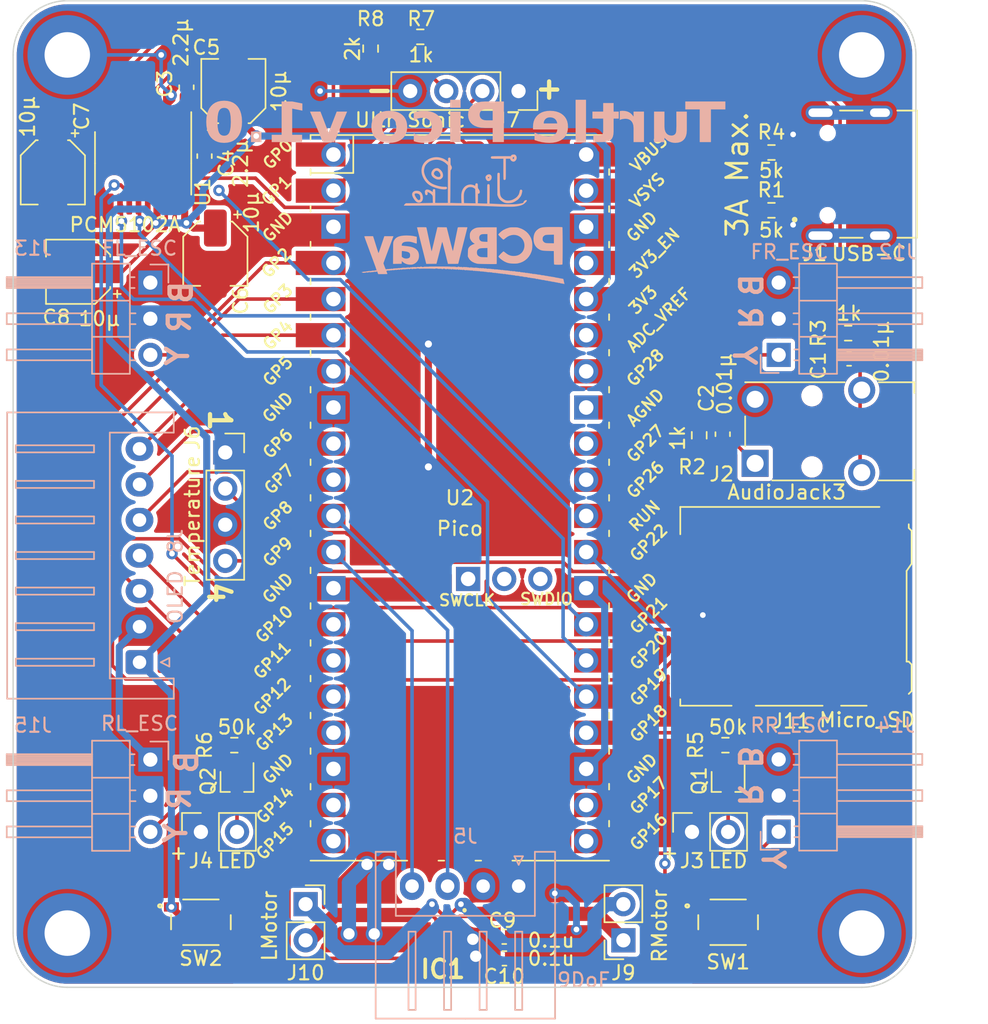
<source format=kicad_pcb>
(kicad_pcb (version 20221018) (generator pcbnew)
  (layers (0 "F.Cu" signal) (31 "B.Cu" signal) (34 "B.Paste" user) (35 "F.Paste" user) (36 "B.SilkS" user "B.Silkscreen") (37 "F.SilkS" user "F.Silkscreen") (38 "B.Mask" user) (39 "F.Mask" user) (44 "Edge.Cuts" user))
  (net 0 "")
  (net 1 "GND")
  (net 2 "+3.3V")
  (net 3 "+5V")
  (net 4 "Net-(J1-DN1)")
  (net 7 "Net-(J3-Pin_2)")
  (net 8 "/GP8")
  (net 9 "/GP9")
  (net 10 "/GP13")
  (net 11 "/GP10")
  (net 12 "/GP11")
  (net 13 "/GP16")
  (net 14 "/GP17")
  (net 15 "/GP15")
  (net 16 "/GP7")
  (net 17 "/GP2")
  (net 18 "/GP3")
  (net 19 "/GP4")
  (net 20 "/GP5")
  (net 21 "/GP12")
  (net 22 "/GP6")
  (net 23 "Net-(Q1-B)")
  (net 24 "Net-(Q2-B)")
  (net 25 "/GP28")
  (net 26 "/GP27")
  (net 27 "/GP14")
  (net 29 "/GP22")
  (net 30 "/GP18")
  (net 31 "/GP19")
  (net 32 "/GP20")
  (net 33 "/GP21")
  (net 34 "Net-(C1-Pad1)")
  (net 35 "Net-(U1-CAPP)")
  (net 36 "Net-(U1-CAPM)")
  (net 37 "Net-(U1-VNEG)")
  (net 38 "Net-(U1-LDOO)")
  (net 39 "Net-(IC1-AOUT1)")
  (net 40 "Net-(IC1-AOUT2)")
  (net 41 "Net-(IC1-BOUT1)")
  (net 42 "Net-(IC1-BOUT2)")
  (net 43 "Net-(J1-CC1)")
  (net 44 "Net-(J1-DN2)")
  (net 45 "Net-(J1-CC2)")
  (net 46 "Net-(J4-Pin_2)")
  (net 47 "Net-(J7-Pin_3)")
  (net 48 "/GP0")
  (net 49 "/GP1")
  (net 54 "Net-(C2-Pad1)")
  (net 55 "Net-(U1-OUTR)")
  (net 56 "Net-(U1-OUTL)")
  (footprint "MountingHole:MountingHole_3.2mm_M3_DIN965_Pad" (layer "F.Cu") (at 117.856 126.492)
    (fp_text reference "REF**")
    (fp_text value "MountingHole_3.2mm_M3_DIN965_Pad" hide)
  )
  (footprint "Package_TO_SOT_SMD:SOT-323_SC-70" (layer "F.Cu") (at 164.338 115.84 -90)
    (fp_text reference "Q1")
    (fp_text value "2SC4213" hide)
  )
  (footprint "Resistor_SMD:R_0603_1608Metric" (layer "F.Cu") (at 167.386 71.628)
    (fp_text reference "R4")
    (fp_text value "5k")
  )
  (footprint "Resistor_SMD:R_0603_1608Metric" (layer "F.Cu") (at 139.192 64.325 -90)
    (fp_text reference "R8")
    (fp_text value "2k")
  )
  (footprint "Resistor_SMD:R_0603_1608Metric" (layer "F.Cu") (at 142.685 63.5 180)
    (fp_text reference "R7")
    (fp_text value "1k")
  )
  (footprint "DRV8835:DRV8835DSSR" (layer "F.Cu") (at 144.546 126.934 -90)
    (fp_text reference "IC1")
    (fp_text value "DRV8835DSSR" hide)
  )
  (footprint "Resistor_SMD:R_0603_1608Metric" (layer "F.Cu") (at 129.603 113.284 180)
    (fp_text reference "R6")
    (fp_text value "50k")
  )
  (footprint "MountingHole:MountingHole_3.2mm_M3_DIN965_Pad" (layer "F.Cu") (at 173.736 126.492)
    (fp_text reference "REF**")
    (fp_text value "MountingHole_3.2mm_M3_DIN965_Pad" hide)
  )
  (footprint "Resistor_SMD:R_0603_1608Metric" (layer "F.Cu") (at 164.147 113.284 180)
    (fp_text reference "R5")
    (fp_text value "50k")
  )
  (footprint "Connector_Audio:Jack_3.5mm_Switronic_ST-005-G_horizontal" (layer "F.Cu") (at 172.736 91.226 180)
    (fp_text reference "J2")
    (fp_text value "AudioJack3")
  )
  (footprint "Connector_PinSocket_2.54mm:PinSocket_1x02_P2.54mm_Vertical" (layer "F.Cu") (at 134.62 124.46)
    (fp_text reference "J10")
    (fp_text value "LMotor")
  )
  (footprint "Connector_PinSocket_2.54mm:PinSocket_1x02_P2.54mm_Vertical" (layer "F.Cu") (at 156.972 127 180)
    (fp_text reference "J9")
    (fp_text value "RMotor")
  )
  (footprint "Capacitor_SMD:C_0603_1608Metric" (layer "F.Cu") (at 163.957 91.427 90)
    (fp_text reference "C2")
    (fp_text value "0.01µ")
  )
  (footprint "SW_SKRPACE010:SW_SKRPACE010" (layer "F.Cu") (at 127.254 125.73)
    (fp_text reference "SW2")
    (fp_text value "SW_Push" hide)
  )
  (footprint "Capacitor_SMD:CP_Elec_4x5.4" (layer "F.Cu") (at 128.27 78.74 -90)
    (fp_text reference "C6")
    (fp_text value "10µ")
  )
  (footprint "Resistor_SMD:R_0603_1608Metric" (layer "F.Cu") (at 172.783 84.328)
    (fp_text reference "R3")
    (fp_text value "1k")
  )
  (footprint "Capacitor_SMD:C_0603_1608Metric" (layer "F.Cu") (at 126.238 67.043 90)
    (fp_text reference "C3")
    (fp_text value "2.2µ")
  )
  (footprint "Connector_PinSocket_2.54mm:PinSocket_1x04_P2.54mm_Vertical" (layer "F.Cu") (at 128.965 92.71)
    (fp_text reference "J6")
    (fp_text value "Temperature")
  )
  (footprint "Connector_PinSocket_2.54mm:PinSocket_1x02_P2.54mm_Vertical" (layer "F.Cu") (at 127.254 119.38 90)
    (fp_text reference "J4")
    (fp_text value "LED")
  )
  (footprint "Capacitor_SMD:C_0603_1608Metric" (layer "F.Cu") (at 148.59 126.746)
    (fp_text reference "C9")
    (fp_text value "0.1u")
  )
  (footprint "SW_SKRPACE010:SW_SKRPACE010" (layer "F.Cu") (at 164.338 125.73)
    (fp_text reference "SW1")
    (fp_text value "SW_Push" hide)
  )
  (footprint "Connector_PinSocket_2.54mm:PinSocket_1x04_P2.54mm_Vertical" (layer "F.Cu") (at 149.596 67.31 -90)
    (fp_text reference "J7")
    (fp_text value "UltraSonic")
  )
  (footprint "RPi_Pico:RPi_Pico_SMD_TH" (layer "F.Cu") (at 145.4659 95.9)
    (fp_text reference "U2")
    (fp_text value "Pico")
  )
  (footprint "Connector_Card:microSD_HC_Hirose_DM3AT-SF-PEJM5" (layer "F.Cu") (at 168.858 103.535 90)
    (fp_text reference "J11")
    (fp_text value "Micro_SD")
  )
  (footprint "Capacitor_SMD:CP_Elec_4x5.4" (layer "F.Cu") (at 118.618 80.01 180)
    (fp_text reference "C8")
    (fp_text value "10µ")
  )
  (footprint "Resistor_SMD:R_0603_1608Metric" (layer "F.Cu") (at 167.386 75.692)
    (fp_text reference "R1")
    (fp_text value "5k")
  )
  (footprint "Connector_PinSocket_2.54mm:PinSocket_1x02_P2.54mm_Vertical" (layer "F.Cu") (at 161.798 119.38 90)
    (fp_text reference "J3")
    (fp_text value "LED")
  )
  (footprint "Package_SO:TSSOP-20_4.4x6.5mm_P0.65mm" (layer "F.Cu") (at 123.19 72.39 -90)
    (fp_text reference "U1")
    (fp_text value "PCM5102A")
  )
  (footprint "Capacitor_SMD:C_0603_1608Metric" (layer "F.Cu") (at 148.603 128.27)
    (fp_text reference "C10")
    (fp_text value "0.1u")
  )
  (footprint "MountingHole:MountingHole_3.2mm_M3_DIN965_Pad" (layer "F.Cu") (at 117.856 64.77)
    (fp_text reference "REF**")
    (fp_text value "MountingHole_3.2mm_M3_DIN965_Pad" hide)
  )
  (footprint "NELTRON_5077CR-16SMC2-BK-TR:NELTRON_5077CR-16SMC2-BK-TR" (layer "F.Cu") (at 171.3375 73.15 90)
    (fp_text reference "J1")
    (fp_text value "USB-C")
  )
  (footprint "MountingHole:MountingHole_3.2mm_M3_DIN965_Pad" (layer "F.Cu") (at 173.736 64.77)
    (fp_text reference "REF**")
    (fp_text value "MountingHole_3.2mm_M3_DIN965_Pad" hide)
  )
  (footprint "Package_TO_SOT_SMD:SOT-323_SC-70" (layer "F.Cu") (at 129.794 115.84 -90)
    (fp_text reference "Q2")
    (fp_text value "2SC4213" hide)
  )
  (footprint "Capacitor_SMD:CP_Elec_4x5.4" (layer "F.Cu") (at 116.84 73.025 -90)
    (fp_text reference "C7")
    (fp_text value "10µ")
  )
  (footprint "Capacitor_SMD:CP_Elec_4x5.4" (layer "F.Cu") (at 129.54 67.31 90)
    (fp_text reference "C5")
    (fp_text value "10µ")
  )
  (footprint "Resistor_SMD:R_0603_1608Metric" (layer "F.Cu") (at 162.306 91.503 -90)
    (fp_text reference "R2")
    (fp_text value "1k")
  )
  (footprint "Capacitor_SMD:C_0603_1608Metric" (layer "F.Cu") (at 127.508 71.882 -90)
    (fp_text reference "C4")
    (fp_text value "2.2µ")
  )
  (footprint "Capacitor_SMD:C_0603_1608Metric" (layer "F.Cu") (at 172.847 86.106 180)
    (fp_text reference "C1")
    (fp_text value "0.01µ")
  )
  (footprint "Connector_PinHeader_2.54mm:PinHeader_1x03_P2.54mm_Horizontal" (layer "B.Cu") (at 167.894 119.365)
    (fp_text reference "J14")
    (fp_text value "RR_ESC")
  )
  (footprint "PCBWay:PCBWay" (layer "B.Cu") (at 145.796 78.74 180)
    (fp_text reference "G***" hide)
    (fp_text value "LOGO" hide)
  )
  (footprint "Connector_JST:JST_XH_S7B-XH-A_1x07_P2.50mm_Horizontal" (layer "B.Cu") (at 122.936 107.456 90)
    (fp_text reference "J8")
    (fp_text value "OLED")
  )
  (footprint "Connector_PinHeader_2.54mm:PinHeader_1x03_P2.54mm_Horizontal" (layer "B.Cu") (at 123.698 80.772 180)
    (fp_text reference "J13")
    (fp_text value "FL_ESC")
  )
  (footprint "Connector_PinHeader_2.54mm:PinHeader_1x03_P2.54mm_Horizontal" (layer "B.Cu") (at 167.894 85.852)
    (fp_text reference "J12")
    (fp_text value "FR_ESC")
  )
  (footprint "Connector_PinHeader_2.54mm:PinHeader_1x03_P2.54mm_Horizontal" (layer "B.Cu") (at 123.698 114.3 180)
    (fp_text reference "J15")
    (fp_text value "RL_ESC")
  )
  (footprint "JinPro:JinPro" (layer "B.Cu") (at 145.796 73.66 180)
    (fp_text reference "G***" hide)
    (fp_text value "LOGO" hide)
  )
  (footprint "Connector_JST:JST_XH_S4B-XH-A_1x04_P2.50mm_Horizontal" (layer "B.Cu") (at 149.606 123.19 180)
    (fp_text reference "J5")
    (fp_text value "9DoF")
  )
  (gr_line (start 177.546 64.770006) (end 177.546 126.492) (stroke (width 0.1)) (layer "Edge.Cuts"))
  (gr_line (start 117.856065 60.960025) (end 173.736 60.96) (stroke (width 0.1)) (layer "Edge.Cuts"))
  (gr_line (start 173.736 130.302) (end 117.856 130.302) (stroke (width 0.1)) (layer "Edge.Cuts"))
  (gr_arc (start 173.736 60.96) (mid 176.430085 62.075922) (end 177.546 64.77) (stroke (width 0.1)) (layer "Edge.Cuts"))
  (gr_arc (start 114.045987 64.770038) (mid 115.161934 62.075923) (end 117.856065 60.960025) (stroke (width 0.1)) (layer "Edge.Cuts"))
  (gr_line (start 114.046 126.492) (end 114.045987 64.770038) (stroke (width 0.1)) (layer "Edge.Cuts"))
  (gr_arc (start 177.546 126.492) (mid 176.430077 129.186077) (end 173.736 130.302) (stroke (width 0.1)) (layer "Edge.Cuts"))
  (gr_arc (start 117.856 130.302) (mid 115.161923 129.186077) (end 114.046 126.492) (stroke (width 0.1)) (layer "Edge.Cuts"))
  (gr_text "Y" (at 126.365 118.618 90) (layer "B.SilkS") (effects (font (size 1.5 1.5) (thickness 0.3) bold) (justify left bottom mirror)))
  (gr_text "R" (at 164.973 84.201 -90) (layer "B.SilkS") (effects (font (size 1.5 1.5) (thickness 0.3) bold) (justify left bottom mirror)))
  (gr_text "B" (at 127.127 113.538 90) (layer "B.SilkS") (effects (font (size 1.5 1.5) (thickness 0.3) bold) (justify left bottom mirror)))
  (gr_text "R" (at 126.619 116.078 90) (layer "B.SilkS") (effects (font (size 1.5 1.5) (thickness 0.3) bold) (justify left bottom mirror)))
  (gr_text "Y" (at 166.624 122.174 -90) (layer "B.SilkS") (effects (font (size 1.5 1.5) (thickness 0.3) bold) (justify left bottom mirror)))
  (gr_text "R" (at 126.619 82.55 90) (layer "B.SilkS") (effects (font (size 1.5 1.5) (thickness 0.3) bold) (justify left bottom mirror)))
  (gr_text "Y" (at 164.592 86.741 -90) (layer "B.SilkS") (effects (font (size 1.5 1.5) (thickness 0.3) bold) (justify left bottom mirror)))
  (gr_text "B" (at 166.878 80.01 90) (layer "B.SilkS") (effects (font (size 1.5 1.5) (thickness 0.3) bold) (justify left bottom mirror)))
  (gr_text "B" (at 164.973 115.062 -90) (layer "B.SilkS") (effects (font (size 1.5 1.5) (thickness 0.3) bold) (justify left bottom mirror)))
  (gr_text "Y" (at 126.492 85.09 90) (layer "B.SilkS") (effects (font (size 1.5 1.5) (thickness 0.3) bold) (justify left bottom mirror)))
  (gr_text "Turtle Pico v1.0" (at 145.796 71.374) (layer "B.SilkS") (effects (font (size 2.8 3) (thickness 0.3) bold) (justify bottom mirror)))
  (gr_text "B" (at 126.746 80.518 90) (layer "B.SilkS") (effects (font (size 1.5 1.5) (thickness 0.3) bold) (justify left bottom mirror)))
  (gr_text "R" (at 164.973 117.729 -90) (layer "B.SilkS") (effects (font (size 1.5 1.5) (thickness 0.3) bold) (justify left bottom mirror)))
  (gr_text "3A Max." (at 165.862 77.724 90) (layer "F.SilkS") (effects (font (size 1.5 1.5) (thickness 0.1875)) (justify left bottom)))
  (gr_text "+" (at 124.968 121.412) (layer "F.SilkS") (effects (font (size 1 1)) (justify left bottom)))
  (gr_text "1" (at 127.695 89.535 -90) (layer "F.SilkS") (effects (font (size 1.5 1.5) (thickness 0.3) bold) (justify left bottom)))
  (gr_text "+" (at 150.622 67.975) (layer "F.SilkS") (effects (font (size 1.5 1.5) (thickness 0.3) bold) (justify left bottom)))
  (gr_text "4" (at 127.635 101.66 -90) (layer "F.SilkS") (effects (font (size 1.5 1.5) (thickness 0.3) bold) (justify left bottom)))
  (gr_text "+" (at 159.512 121.412) (layer "F.SilkS") (effects (font (size 1 1)) (justify left bottom)))
  (gr_text "-" (at 138.684 68.072) (layer "F.SilkS") (effects (font (size 1.5 1.5) (thickness 0.3) bold) (justify left bottom)))
  (segment (start 137.7509 98.345) (end 138.938 97.1579) (width 0.25) (layer "F.Cu") (net 1))
  (segment (start 128.965 97.79) (end 129.52 98.345) (width 0.25) (layer "F.Cu") (net 1))
  (segment (start 137.048 89.55) (end 136.5759 89.55) (width 0.25) (layer "F.Cu") (net 1))
  (segment (start 138.938 97.1579) (end 138.938 91.44) (width 0.25) (layer "F.Cu") (net 1))
  (segment (start 138.938 91.44) (end 137.048 89.55) (width 0.25) (layer "F.Cu") (net 1))
  (segment (start 129.52 98.345) (end 137.7509 98.345) (width 0.25) (layer "F.Cu") (net 1))
  (via (at 137.668 126.5428) (size 1.2) (drill 0.8) (layers "F.Cu" "B.Cu") (net 1))
  (via (at 152.146 123.698) (size 0.8) (drill 0.4) (layers "F.Cu" "B.Cu") (net 1))
  (via (at 135.636 67.31) (size 0.8) (drill 0.4) (layers "F.Cu" "B.Cu") (net 1))
  (via (at 125.163 67.604959) (size 0.8) (drill 0.4) (layers "F.Cu" "B.Cu") (net 1))
  (via (at 138.938 121.666) (size 1.2) (drill 0.8) (layers "F.Cu" "B.Cu") (net 1))
  (via (at 124.46 64.77) (size 0.8) (drill 0.4) (layers "F.Cu" "B.Cu") (net 1))
  (via (at 140.462 121.666) (size 1.2) (drill 0.8) (layers "F.Cu" "B.Cu") (net 1))
  (via (at 139.446 126.5428) (size 1.2) (drill 0.8) (layers "F.Cu" "B.Cu") (net 1))
  (via (at 153.67 126.238) (size 0.8) (drill 0.4) (layers "F.Cu" "B.Cu") (net 1))
  (segment (start 153.67 124.46) (end 153.67 126.238) (width 0.48) (layer "B.Cu") (net 1))
  (segment (start 155.6559 113.65) (end 155.6559 103.55) (width 0.5) (layer "B.Cu") (net 1))
  (segment (start 153.67 124.46) (end 152.908 123.698) (width 0.48) (layer "B.Cu") (net 1))
  (segment (start 170.8375 68.83) (end 175.0175 68.83) (width 1) (layer "B.Cu") (net 1))
  (segment (start 170.8375 77.47) (end 175.0175 77.47) (width 1) (layer "B.Cu") (net 1))
  (segment (start 139.446 126.5428) (end 139.446 122.682) (width 1) (layer "B.Cu") (net 1))
  (segment (start 124.46 66.901959) (end 125.163 67.604959) (width 0.25) (layer "B.Cu") (net 1))
  (segment (start 137.668 126.5428) (end 137.668 122.936) (width 1) (layer "B.Cu") (net 1))
  (segment (start 152.908 123.698) (end 152.146 123.698) (width 0.48) (layer "B.Cu") (net 1))
  (segment (start 139.446 122.682) (end 140.462 121.666) (width 1) (layer "B.Cu") (net 1))
  (segment (start 124.46 64.77) (end 124.46 66.901959) (width 0.25) (layer "B.Cu") (net 1))
  (segment (start 155.6559 103.55) (end 154.3559 102.25) (width 0.5) (layer "B.Cu") (net 1))
  (segment (start 123.698 114.3) (end 121.511 112.113) (width 0.5) (layer "B.Cu") (net 1))
  (segment (start 137.668 122.936) (end 138.938 121.666) (width 1) (layer "B.Cu") (net 1))
  (segment (start 124.46 64.77) (end 117.856 64.77) (width 0.25) (layer "B.Cu") (net 1))
  (segment (start 121.511 112.113) (end 121.511 106.381) (width 0.5) (layer "B.Cu") (net 1))
  (segment (start 121.511 106.381) (end 122.936 104.956) (width 0.5) (layer "B.Cu") (net 1))
  (segment (start 154.3559 114.95) (end 155.6559 113.65) (width 0.5) (layer "B.Cu") (net 1))
  (segment (start 141.976 67.31) (end 135.636 67.31) (width 0.25) (layer "B.Cu") (net 1))
  (segment (start 128.27 76.94) (end 126.732 76.94) (width 0.5) (layer "F.Cu") (net 2))
  (segment (start 129.1225 69.5275) (end 129.54 69.11) (width 0.5) (layer "F.Cu") (net 2))
  (segment (start 115.57 76.151878) (end 115.57 72.495) (width 0.5) (layer "F.Cu") (net 2))
  (segment (start 126.373 76.581) (end 126.238 76.581) (width 0.5) (layer "F.Cu") (net 2))
  (segment (start 124.165 76.427082) (end 124.079 76.513082) (width 0.5) (layer "F.Cu") (net 2))
  (segment (start 126.238 76.446) (end 126.115 76.323) (width 0.5) (layer "F.Cu") (net 2))
  (segment (start 123.122082 77.47) (end 116.888122 77.47) (width 0.5) (layer "F.Cu") (net 2))
  (segment (start 120.735588 71.225) (end 116.84 71.225) (width 0.5) (layer "F.Cu") (net 2))
  (segment (start 163.238 125.63) (end 162.263 124.655) (width 0.5) (layer "F.Cu") (net 2))
  (segment (start 121.565 69.5275) (end 121.565 70.395588) (width 0.5) (layer "F.Cu") (net 2))
  (segment (start 126.115 76.323) (end 126.115 75.2525) (width 0.5) (layer "F.Cu") (net 2))
  (segment (start 126.732 76.94) (end 126.373 76.581) (width 0.5) (layer "F.Cu") (net 2))
  (segment (start 129.54 69.11) (end 129.786918 69.11) (width 0.5) (layer "F.Cu") (net 2))
  (segment (start 163.238 127.58) (end 163.238 125.63) (width 0.5) (layer "F.Cu") (net 2))
  (segment (start 124.079 76.581) (end 124.011082 76.581) (width 0.5) (layer "F.Cu") (net 2))
  (segment (start 129.786918 69.11) (end 131.146918 70.47) (width 0.5) (layer "F.Cu") (net 2))
  (segment (start 126.238 76.581) (end 126.238 76.446) (width 0.5) (layer "F.Cu") (net 2))
  (segment (start 116.888122 77.47) (end 115.57 76.151878) (width 0.5) (layer "F.Cu") (net 2))
  (segment (start 126.115 69.5275) (end 129.1225 69.5275) (width 0.5) (layer "F.Cu") (net 2))
  (segment (start 121.565 70.395588) (end 120.735588 71.225) (width 0.5) (layer "F.Cu") (net 2))
  (segment (start 124.165 75.2525) (end 124.165 76.427082) (width 0.5) (layer "F.Cu") (net 2))
  (segment (start 125.179 124.655) (end 130.269 129.745) (width 0.5) (layer "F.Cu") (net 2))
  (segment (start 124.011082 76.581) (end 123.122082 77.47) (width 0.5) (layer "F.Cu") (net 2))
  (segment (start 124.079 76.513082) (end 124.079 76.581) (width 0.5) (layer "F.Cu") (net 2))
  (segment (start 130.269 129.745) (end 161.073 129.745) (width 0.5) (layer "F.Cu") (net 2))
  (segment (start 161.073 129.745) (end 163.238 127.58) (width 0.5) (layer "F.Cu") (net 2))
  (segment (start 115.57 72.495) (end 116.84 71.225) (width 0.5) (layer "F.Cu") (net 2))
  (via (at 131.146918 70.47) (size 0.8) (drill 0.4) (layers "F.Cu" "B.Cu") (net 2))
  (via (at 125.179 124.655) (size 0.8) (drill 0.4) (layers "F.Cu" "B.Cu") (net 2))
  (via (at 126.238 76.581) (size 0.8) (drill 0.4) (layers "F.Cu" "B.Cu") (net 2))
  (via (at 124.079 76.581) (size 0.8) (drill 0.4) (layers "F.Cu" "B.Cu") (net 2))
  (segment (start 124.079 76.581) (end 126.238 76.581) (width 0.5) (layer "B.Cu") (net 2))
  (segment (start 127.381 74.235918) (end 131.146918 70.47) (width 0.5) (layer "B.Cu") (net 2))
  (segment (start 125.179 109.699) (end 125.179 124.655) (width 0.5) (layer "B.Cu") (net 2))
  (segment (start 124.079 76.394918) (end 124.079 76.581) (width 0.5) (layer "B.Cu") (net 2))
  (segment (start 120.816 76.101918) (end 121.313918 75.604) (width 0.5) (layer "B.Cu") (net 2))
  (segment (start 123.288082 75.604) (end 124.079 76.394918) (width 0.5) (layer "B.Cu") (net 2))
  (segment (start 122.936 107.456) (end 127.665 102.727) (width 0.5) (layer "B.Cu") (net 2))
  (segment (start 155.829 80.4569) (end 154.3559 81.93) (width 0.5) (layer "B.Cu") (net 2))
  (segment (start 131.146918 70.47) (end 154.925 70.47) (width 0.5) (layer "B.Cu") (net 2))
  (segment (start 126.238 76.581) (end 127.381 75.438) (width 0.5) (layer "B.Cu") (net 2))
  (segment (start 127.665 102.727) (end 127.665 91.657478) (width 0.5) (layer "B.Cu") (net 2))
  (segment (start 127.381 75.438) (end 127.381 74.235918) (width 0.5) (layer "B.Cu") (net 2))
  (segment (start 122.936 107.456) (end 125.179 109.699) (width 0.5) (layer "B.Cu") (net 2))
  (segment (start 121.313918 75.604) (end 123.288082 75.604) (width 0.5) (layer "B.Cu") (net 2))
  (segment (start 154.925 70.47) (end 155.829 71.374) (width 0.5) (layer "B.Cu") (net 2))
  (segment (start 155.829 71.374) (end 155.829 80.4569) (width 0.5) (layer "B.Cu") (net 2))
  (segment (start 120.816 84.808478) (end 120.816 76.101918) (width 0.5) (layer "B.Cu") (net 2))
  (segment (start 127.665 91.657478) (end 120.816 84.808478) (width 0.5) (layer "B.Cu") (net 2))
  (segment (start 161.133 104.06) (end 162.48 104.06) (width 0.25) (layer "F.Cu") (net 3))
  (segment (start 169.302 70.75) (end 170.1437 70.75) (width 0.5) (layer "F.Cu") (net 3))
  (segment (start 147.815 128.257) (end 147.828 128.27) (width 1) (layer "F.Cu") (net 3))
  (segment (start 170.2725 75.55) (end 169.33 75.55) (width 0.5) (layer "F.Cu") (net 3))
  (segment (start 168.91 70.358) (end 169.302 70.75) (width 0.5) (layer "F.Cu") (net 3))
  (segment (start 162.48 104.06) (end 162.56 104.14) (width 0.25) (layer "F.Cu") (net 3))
  (segment (start 168.91 76.708) (end 169.061 76.557) (width 0.5) (layer "F.Cu") (net 3))
  (segment (start 169.33 75.55) (end 169.061 75.819) (width 0.5) (layer "F.Cu") (net 3))
  (segment (start 143.256 85.09) (end 143.256 93.726) (width 0.5) (layer "F.Cu") (net 3))
  (segment (start 169.061 76.557) (end 169.061 75.819) (width 0.5) (layer "F.Cu") (net 3))
  (segment (start 145.296 127.884) (end 145.796 127.884) (width 0.25) (layer "F.Cu") (net 3))
  (via (at 146.3802 126.9238) (size 1.2) (drill 0.8) (layers "F.Cu" "B.Cu") (net 3))
  (via (at 146.5834 128.1176) (size 1.2) (drill 0.8) (layers "F.Cu" "B.Cu") (net 3))
  (via (at 143.256 93.726) (size 0.8) (drill 0.5) (layers "F.Cu" "B.Cu") (net 3))
  (via (at 162.56 104.14) (size 0.8) (drill 0.4) (layers "F.Cu" "B.Cu") (net 3))
  (via (at 143.256 85.09) (size 0.8) (drill 0.5) (layers "F.Cu" "B.Cu") (net 3))
  (via (at 168.91 70.358) (size 0.8) (drill 0.4) (layers "F.Cu" "B.Cu") (net 3))
  (via (at 168.91 76.708) (size 0.8) (drill 0.4) (layers "F.Cu" "B.Cu") (net 3))
  (segment (start 170.2725 72.4) (end 170.2725 72.9) (width 0.25) (layer "F.Cu") (net 4))
  (segment (start 145.8109 72.945) (end 169.3725 72.945) (width 0.25) (layer "F.Cu") (net 4))
  (segment (start 169.4175 72.9) (end 170.2725 72.9) (width 0.25) (layer "F.Cu") (net 4))
  (segment (start 169.3725 72.945) (end 169.4175 72.9) (width 0.25) (layer "F.Cu") (net 4))
  (segment (start 144.4659 71.6) (end 145.8109 72.945) (width 0.25) (layer "F.Cu") (net 4))
  (segment (start 164.338 119.38) (end 164.338 116.84) (width 0.25) (layer "F.Cu") (net 7))
  (segment (start 136.5759 97.17) (end 130.885 97.17) (width 0.25) (layer "F.Cu") (net 8))
  (segment (start 130.885 97.17) (end 128.965 95.25) (width 0.25) (layer "F.Cu") (net 8))
  (segment (start 144.606 105.2001) (end 136.5759 97.17) (width 0.25) (layer "B.Cu") (net 8))
  (segment (start 144.606 123.19) (end 144.606 105.2001) (width 0.25) (layer "B.Cu") (net 8))
  (segment (start 135.9559 100.33) (end 136.5759 99.71) (width 0.25) (layer "F.Cu") (net 9))
  (segment (start 136.5759 99.71) (end 135.8309 98.965) (width 0.25) (layer "F.Cu") (net 9))
  (segment (start 128.965 100.33) (end 135.9559 100.33) (width 0.25) (layer "F.Cu") (net 9))
  (segment (start 142.106 105.2401) (end 136.5759 99.71) (width 0.25) (layer "B.Cu") (net 9))
  (segment (start 142.106 123.19) (end 142.106 105.2401) (width 0.25) (layer "B.Cu") (net 9))
  (segment (start 127.508 115.57) (end 130.81 115.57) (width 0.25) (layer "F.Cu") (net 10))
  (segment (start 133.97 112.41) (end 136.5759 112.41) (width 0.25) (layer "F.Cu") (net 10))
  (segment (start 130.81 115.57) (end 133.97 112.41) (width 0.25) (layer "F.Cu") (net 10))
  (segment (start 123.698 119.38) (end 127.508 115.57) (width 0.25) (layer "F.Cu") (net 10))
  (segment (start 158.1359 105.16) (end 157.3309 105.965) (width 0.25) (layer "F.Cu") (net 11))
  (segment (start 136.5759 104.79) (end 127.77 104.79) (width 0.25) (layer "F.Cu") (net 11))
  (segment (start 158.1359 105.16) (end 161.133 105.16) (width 0.25) (layer "F.Cu") (net 11))
  (segment (start 137.7509 105.965) (end 136.5759 104.79) (width 0.25) (layer "F.Cu") (net 11))
  (segment (start 127.77 104.79) (end 122.936 99.956) (width 0.25) (layer "F.Cu") (net 11))
  (segment (start 157.3309 105.965) (end 137.7509 105.965) (width 0.25) (layer "F.Cu") (net 11))
  (segment (start 121.539 99.441) (end 121.539 101.059) (width 0.25) (layer "F.Cu") (net 12))
  (segment (start 144.225 101.075) (end 144.875 100.425) (width 0.25) (layer "F.Cu") (net 12))
  (segment (start 127.81 107.33) (end 122.936 102.456) (width 0.25) (layer "F.Cu") (net 12))
  (segment (start 152.749 100.425) (end 153.399 101.075) (width 0.25) (layer "F.Cu") (net 12))
  (segment (start 122.199 98.781) (end 125.754299 98.781) (width 0.25) (layer "F.Cu") (net 12))
  (segment (start 121.539 101.059) (end 122.936 102.456) (width 0.25) (layer "F.Cu") (net 12))
  (segment (start 132.8219 101.854) (end 133.6009 101.075) (width 0.25) (layer "F.Cu") (net 12))
  (segment (start 125.754299 98.781) (end 128.827299 101.854) (width 0.25) (layer "F.Cu") (net 12))
  (segment (start 133.6009 101.075) (end 144.225 101.075) (width 0.25) (layer "F.Cu") (net 12))
  (segment (start 121.539 99.441) (end 122.199 98.781) (width 0.25) (layer "F.Cu") (net 12))
  (segment (start 153.399 101.075) (end 158.726 101.075) (width 0.25) (layer "F.Cu") (net 12))
  (segment (start 158.726 101.075) (end 160.611 102.96) (width 0.25) (layer "F.Cu") (net 12))
  (segment (start 160.611 102.96) (end 161.133 102.96) (width 0.25) (layer "F.Cu") (net 12))
  (segment (start 128.827299 101.854) (end 132.8219 101.854) (width 0.25) (layer "F.Cu") (net 12))
  (segment (start 144.875 100.425) (end 152.749 100.425) (width 0.25) (layer "F.Cu") (net 12))
  (segment (start 136.5759 107.33) (end 127.81 107.33) (width 0.25) (layer "F.Cu") (net 12))
  (segment (start 166.379 120.88) (end 155.2059 120.88) (width 0.25) (layer "F.Cu") (net 13))
  (segment (start 167.894 119.365) (end 166.379 120.88) (width 0.25) (layer "F.Cu") (net 13))
  (segment (start 155.2059 120.88) (end 154.3559 120.03) (width 0.25) (layer "F.Cu") (net 13))
  (segment (start 157.226 122.682) (end 154.6579 122.682) (width 0.25) (layer "F.Cu") (net 14))
  (segment (start 158.496 123.952) (end 157.226 122.682) (width 0.25) (layer "F.Cu") (net 14))
  (segment (start 154.6579 122.682) (end 153.1809 121.205) (width 0.25) (layer "F.Cu") (net 14))
  (segment (start 153.1809 121.205) (end 153.1809 118.665) (width 0.25) (layer "F.Cu") (net 14))
  (segment (start 144.796 128.409) (end 145.482 129.095) (width 0.25) (layer "F.Cu") (net 14))
  (segment (start 145.482 129.095) (end 157.227 129.095) (width 0.25) (layer "F.Cu") (net 14))
  (segment (start 153.1809 118.665) (end 154.3559 117.49) (width 0.25) (layer "F.Cu") (net 14))
  (segment (start 144.796 127.884) (end 144.796 128.409) (width 0.25) (layer "F.Cu") (net 14))
  (segment (start 158.496 127.826) (end 158.496 123.952) (width 0.25) (layer "F.Cu") (net 14))
  (segment (start 157.227 129.095) (end 158.496 127.826) (width 0.25) (layer "F.Cu") (net 14))
  (segment (start 136.5759 120.03) (end 135.373819 120.03) (width 0.25) (layer "F.Cu") (net 15))
  (segment (start 135.373819 120.03) (end 132.995 122.408819) (width 0.25) (layer "F.Cu") (net 15))
  (segment (start 132.995 127.789396) (end 133.925604 128.72) (width 0.25) (layer "F.Cu") (net 15))
  (segment (start 143.796 128.409) (end 143.796 127.884) (width 0.25) (layer "F.Cu") (net 15))
  (segment (start 133.925604 128.72) (end 143.485 128.72) (width 0.25) (layer "F.Cu") (net 15))
  (segment (start 132.995 122.408819) (end 132.995 127.789396) (width 0.25) (layer "F.Cu") (net 15))
  (segment (start 143.485 128.72) (end 143.796 128.409) (width 0.25) (layer "F.Cu") (net 15))
  (segment (start 136.5759 94.63) (end 136.0209 94.075) (width 0.25) (layer "F.Cu") (net 16))
  (segment (start 136.0209 94.075) (end 126.317 94.075) (width 0.25) (layer "F.Cu") (net 16))
  (segment (start 126.317 94.075) (end 122.936 97.456) (width 0.25) (layer "F.Cu") (net 16))
  (segment (start 125.3781 85.852) (end 123.698 85.852) (width 0.25) (layer "F.Cu") (net 17))
  (segment (start 136.5759 79.39) (end 131.8401 79.39) (width 0.25) (layer "F.Cu") (net 17))
  (segment (start 131.8401 79.39) (end 125.3781 85.852) (width 0.25) (layer "F.Cu") (net 17))
  (segment (start 136.5759 79.39) (end 136.6729 79.487) (width 0.25) (layer "F.Cu") (net 17))
  (segment (start 136.5759 81.93) (end 129.936496 81.93) (width 0.25) (layer "F.Cu") (net 18))
  (segment (start 125.179 126.805) (end 123.503 126.805) (width 0.25) (layer "F.Cu") (net 18))
  (segment (start 119.888 91.978496) (end 119.888 123.19) (width 0.25) (layer "F.Cu") (net 18))
  (segment (start 123.503 126.805) (end 119.888 123.19) (width 0.25) (layer "F.Cu") (net 18))
  (segment (start 129.936496 81.93) (end 119.888 91.978496) (width 0.25) (layer "F.Cu") (net 18))
  (segment (start 128.778 111.126) (end 126.283 108.631) (width 0.25) (layer "F.Cu") (net 19))
  (segment (start 121.031 107.6961) (end 121.031 92.202) (width 0.25) (layer "F.Cu") (net 19))
  (segment (start 126.283 108.631) (end 121.9659 108.631) (width 0.25) (layer "F.Cu") (net 19))
  (segment (start 121.9659 108.631) (end 121.031 107.6961) (width 0.25) (layer "F.Cu") (net 19))
  (segment (start 128.763 84.47) (end 136.5759 84.47) (width 0.25) (layer "F.Cu") (net 19))
  (segment (start 128.844 112.842) (end 128.778 112.776) (width 0.25) (layer "F.Cu") (net 19))
  (segment (start 121.031 92.202) (end 128.763 84.47) (width 0.25) (layer "F.Cu") (net 19))
  (segment (start 128.778 112.776) (end 128.778 111.126) (width 0.25) (layer "F.Cu") (net 19))
  (segment (start 128.382 87.01) (end 136.5759 87.01) (width 0.25) (layer "F.Cu") (net 20))
  (segment (start 122.936 92.456) (end 128.382 87.01) (width 0.25) (layer "F.Cu") (net 20))
  (segment (start 159.075 108.695) (end 160.41 107.36) (width 0.25) (layer "F.Cu") (net 21))
  (segment (start 160.41 107.36) (end 161.133 107.36) (width 0.25) (layer "F.Cu") (net 21))
  (segment (start 136.5759 109.87) (end 137.7509 108.695) (width 0.25) (layer "F.Cu") (net 21))
  (segment (start 137.7509 108.695) (end 159.075 108.695) (width 0.25) (layer "F.Cu") (net 21))
  (segment (start 126.652 91.24) (end 122.936 94.956) (width 0.25) (layer "F.Cu") (net 22))
  (segment (start 135.7259 91.24) (end 126.652 91.24) (width 0.25) (layer "F.Cu") (net 22))
  (segment (start 136.5759 92.09) (end 135.7259 91.24) (width 0.25) (layer "F.Cu") (net 22))
  (segment (start 164.988 114.84) (end 164.988 113.3) (width 0.25) (layer "F.Cu") (net 23))
  (segment (start 164.988 113.3) (end 164.972 113.284) (width 0.25) (layer "F.Cu") (net 23))
  (segment (start 130.444 114.84) (end 130.444 113.3) (width 0.25) (layer "F.Cu") (net 24))
  (segment (start 130.444 113.3) (end 130.428 113.284) (width 0.25) (layer "F.Cu") (net 24))
  (segment (start 155.5139 85.852) (end 154.3559 87.01) (width 0.25) (layer "F.Cu") (net 25))
  (segment (start 167.894 85.852) (end 155.5139 85.852) (width 0.25) (layer "F.Cu") (net 25))
  (segment (start 155.9659 92.09) (end 158.75 94.8741) (width 0.25) (layer "F.Cu") (net 26))
  (segment (start 154.3559 92.09) (end 155.9659 92.09) (width 0.25) (layer "F.Cu") (net 26))
  (segment (start 158.75 94.8741) (end 158.75 99.85) (width 0.25) (layer "F.Cu") (net 26))
  (segment (start 160.76 101.86) (end 161.133 101.86) (width 0.25) (layer "F.Cu") (net 26))
  (segment (start 158.75 99.85) (end 160.76 101.86) (width 0.25) (layer "F.Cu") (net 26))
  (segment (start 133.445 127.603) (end 133.445 123.285) (width 0.25) (layer "F.Cu") (net 27))
  (segment (start 133.739208 129.17) (end 132.545 127.975792) (width 0.25) (layer "F.Cu") (net 27))
  (segment (start 132.545 119.9109) (end 134.9659 117.49) (width 0.25) (layer "F.Cu") (net 27))
  (segment (start 143.296 127.884) (end 142.91 128.27) (width 0.25) (layer "F.Cu") (net 27))
  (segment (start 144.296 128.545396) (end 143.671396 129.17) (width 0.25) (layer "F.Cu") (net 27))
  (segment (start 136.2739 122.682) (end 137.7509 121.205) (width 0.25) (layer "F.Cu") (net 27))
  (segment (start 143.671396 129.17) (end 133.739208 129.17) (width 0.25) (layer "F.Cu") (net 27))
  (segment (start 144.296 127.884) (end 144.296 128.545396) (width 0.25) (layer "F.Cu") (net 27))
  (segment (start 142.91 128.27) (end 134.112 128.27) (width 0.25) (layer "F.Cu") (net 27))
  (segment (start 132.545 127.975792) (end 132.545 119.9109) (width 0.25) (layer "F.Cu") (net 27))
  (segment (start 137.7509 118.665) (end 136.5759 117.49) (width 0.25) (layer "F.Cu") (net 27))
  (segment (start 134.112 128.27) (end 133.445 127.603) (width 0.25) (layer "F.Cu") (net 27))
  (segment (start 133.445 123.285) (end 134.048 122.682) (width 0.25) (layer "F.Cu") (net 27))
  (segment (start 134.9659 117.49) (end 136.5759 117.49) (width 0.25) (layer "F.Cu") (net 27))
  (segment (start 137.7509 121.205) (end 137.7509 118.665) (width 0.25) (layer "F.Cu") (net 27))
  (segment (start 134.048 122.682) (end 136.2739 122.682) (width 0.25) (layer "F.Cu") (net 27))
  (segment (start 162.263 126.805) (end 159.893 124.435) (width 0.25) (layer "F.Cu") (net 29))
  (segment (start 159.893 124.435) (end 159.893 121.605) (width 0.25) (layer "F.Cu") (net 29))
  (via (at 159.893 121.605) (size 0.8) (drill 0.4) (layers "F.Cu" "B.Cu") (net 29))
  (segment (start 159.893 105.2471) (end 154.3559 99.71) (width 0.25) (layer "B.Cu") (net 29))
  (segment (start 159.893 121.605) (end 159.893 105.2471) (width 0.25) (layer "B.Cu") (net 29))
  (segment (start 163.322 113.284) (end 162.18 113.284) (width 0.25) (layer "F.Cu") (net 30))
  (segment (start 161.306 112.41) (end 154.3559 112.41) (width 0.25) (layer "F.Cu") (net 30))
  (segment (start 162.18 113.284) (end 161.306 112.41) (width 0.25) (layer "F.Cu") (net 30))
  (segment (start 121.666 76.454) (end 121.666 75.3535) (width 0.25) (layer "F.Cu") (net 31))
  (segment (start 121.666 75.3535) (end 121.565 75.2525) (width 0.25) (layer "F.Cu") (net 31))
  (via (at 121.666 76.454) (size 0.8) (drill 0.4) (layers "F.Cu" "B.Cu") (net 31))
  (segment (start 122.523 81.947) (end 121.666 81.09) (width 0.25) (layer "B.Cu") (net 31))
  (segment (start 154.3559 109.87) (end 147.415 102.9291) (width 0.25) (layer "B.Cu") (net 31))
  (segment (start 126.81 81.947) (end 122.523 81.947) (width 0.25) (layer "B.Cu") (net 31))
  (segment (start 121.666 81.09) (end 121.666 76.454) (width 0.25) (layer "B.Cu") (net 31))
  (segment (start 136.872601 85.645) (end 130.508 85.645) (width 0.25) (layer "B.Cu") (net 31))
  (segment (start 147.415 96.187399) (end 136.872601 85.645) (width 0.25) (layer "B.Cu") (net 31))
  (segment (start 130.508 85.645) (end 126.81 81.947) (width 0.25) (layer "B.Cu") (net 31))
  (segment (start 147.415 102.9291) (end 147.415 96.187399) (width 0.25) (layer "B.Cu") (net 31))
  (segment (start 122.936 75.3235) (end 122.865 75.2525) (width 0.25) (layer "F.Cu") (net 32))
  (segment (start 122.936 76.454) (end 122.936 75.3235) (width 0.25) (layer "F.Cu") (net 32))
  (via (at 122.936 76.454) (size 0.8) (drill 0.4) (layers "F.Cu" "B.Cu") (net 32))
  (segment (start 152.7309 98.773299) (end 137.062601 83.105) (width 0.25) (layer "B.Cu") (net 32))
  (segment (start 128.698 83.105) (end 122.936 77.343) (width 0.25) (layer "B.Cu") (net 32))
  (segment (start 154.3559 107.33) (end 152.7309 105.705) (width 0.25) (layer "B.Cu") (net 32))
  (segment (start 122.936 77.343) (end 122.936 76.454) (width 0.25) (layer "B.Cu") (net 32))
  (segment (start 152.7309 105.705) (end 152.7309 98.773299) (width 0.25) (layer "B.Cu") (net 32))
  (segment (start 137.062601 83.105) (end 128.698 83.105) (width 0.25) (layer "B.Cu") (net 32))
  (segment (start 129.015 103.615) (end 126.746 101.346) (width 0.25) (layer "F.Cu") (net 33))
  (segment (start 126.746 101.346) (end 125.222 99.822) (width 0.25) (layer "F.Cu") (net 33))
  (segment (start 121.158 73.914) (end 121.613999 73.914) (width 0.25) (layer "F.Cu") (net 33))
  (segment (start 128.524 74.295) (end 128.419 74.19) (width 0.25) (layer "F.Cu") (net 33))
  (segment (start 154.3559 104.79) (end 153.1809 103.615) (width 0.25) (layer "F.Cu") (net 33))
  (segment (start 153.1809 103.615) (end 129.015 103.615) (width 0.25) (layer "F.Cu") (net 33))
  (segment (start 122.215 74.515001) (end 122.215 75.2525) (width 0.25) (layer "F.Cu") (net 33))
  (segment (start 121.613999 73.914) (end 122.215 74.515001) (width 0.25) (layer "F.Cu") (net 33))
  (via (at 121.158 73.914) (size 0.8) (drill 0.4) (layers "F.Cu" "B.Cu") (net 33))
  (via (at 125.222 99.822) (size 0.8) (drill 0.4) (layers "F.Cu" "B.Cu") (net 33))
  (via (at 128.524 74.295) (size 0.8) (drill 0.4) (layers "F.Cu" "B.Cu") (net 33))
  (segment (start 134.794 80.565) (end 128.524 74.295) (width 0.25) (layer "B.Cu") (net 33))
  (segment (start 120.241 87.974299) (end 120.241 74.831) (width 0.25) (layer "B.Cu") (net 33))
  (segment (start 153.1809 103.615) (end 153.1809 96.683299) (width 0.25) (layer "B.Cu") (net 33))
  (segment (start 125.222 92.955299) (end 120.241 87.974299) (width 0.25) (layer "B.Cu") (net 33))
  (segment (start 154.3559 104.79) (end 153.1809 103.615) (width 0.25) (layer "B.Cu") (net 33))
  (segment (start 125.222 99.822) (end 125.222 92.955299) (width 0.25) (layer "B.Cu") (net 33))
  (segment (start 153.1809 96.683299) (end 137.062601 80.565) (width 0.25) (layer "B.Cu") (net 33))
  (segment (start 120.241 74.831) (end 121.158 73.914) (width 0.25) (layer "B.Cu") (net 33))
  (segment (start 137.062601 80.565) (end 134.794 80.565) (width 0.25) (layer "B.Cu") (net 33))
  (segment (start 173.622 88.212) (end 173.736 88.326) (width 0.25) (layer "F.Cu") (net 34))
  (segment (start 173.622 84.342) (end 173.608 84.328) (width 0.25) (layer "F.Cu") (net 34))
  (segment (start 173.622 86.106) (end 173.622 84.342) (width 0.25) (layer "F.Cu") (net 34))
  (segment (start 173.622 86.106) (end 173.622 94.012) (width 0.25) (layer "F.Cu") (net 34))
  (segment (start 173.622 94.012) (end 173.736 94.126) (width 0.25) (layer "F.Cu") (net 34))
  (segment (start 125.465 69.5275) (end 125.465 68.591) (width 0.25) (layer "F.Cu") (net 35))
  (segment (start 125.465 68.591) (end 126.238 67.818) (width 0.25) (layer "F.Cu") (net 35))
  (segment (start 125.476 69.5165) (end 125.465 69.5275) (width 0.25) (layer "F.Cu") (net 35))
  (segment (start 124.994 66.268) (end 126.238 66.268) (width 0.25) (layer "F.Cu") (net 36))
  (segment (start 124.165 67.097) (end 124.994 66.268) (width 0.25) (layer "F.Cu") (net 36))
  (segment (start 124.165 69.5275) (end 124.165 67.097) (width 0.25) (layer "F.Cu") (net 36))
  (segment (start 124.357001 71.107) (end 123.515 70.264999) (width 0.25) (layer "F.Cu") (net 37))
  (segment (start 127.508 71.107) (end 124.357001 71.107) (width 0.25) (layer "F.Cu") (net 37))
  (segment (start 123.515 70.264999) (end 123.515 69.5275) (width 0.25) (layer "F.Cu") (net 37))
  (segment (start 120.418 80.01) (end 121.718 80.01) (width 0.25) (layer "F.Cu") (net 38))
  (segment (start 121.718 80.01) (end 124.815 76.913) (width 0.25) (layer "F.Cu") (net 38))
  (segment (start 124.815 76.913) (end 124.815 75.2525) (width 0.25) (layer "F.Cu") (net 38))
  (segment (start 145.449 125.315) (end 146.304 125.315) (width 0.25) (layer "F.Cu") (net 39))
  (segment (start 145.296 125.468) (end 145.449 125.315) (width 0.25) (layer "F.Cu") (net 39))
  (segment (start 145.296 125.984) (end 145.296 125.468) (width 0.25) (layer "F.Cu") (net 39))
  (segment (start 155.11 125.138) (end 146.621 125.138) (width 1) (layer "F.Cu") (net 39))
  (segment (start 146.621 125.138) (end 146.621 125.315) (width 1) (layer "F.Cu") (net 39))
  (segment (start 156.972 127) (end 155.11 125.138) (width 1) (layer "F.Cu") (net 39))
  (segment (start 144.796 125.206) (end 145.542 124.46) (width 0.25) (layer "F.Cu") (net 40))
  (segment (start 144.796 125.984) (end 144.796 125.206) (width 0.25) (layer "F.Cu") (net 40))
  (via (at 145.542 124.46) (size 0.8) (drill 0.4) (layers "F.Cu" "B.Cu") (net 40))
  (segment (start 148.632878 127.338) (end 145.810393 124.515515) (width 1) (layer "B.Cu") (net 40))
  (segment (start 154.94 125.289919) (end 154.94 126.523635) (width 1) (layer "B.Cu") (net 40))
  (segment (start 145.810393 124.515515) (end 145.597515 124.515515) (width 1) (layer "B.Cu") (net 40))
  (segment (start 154.94 126.523635) (end 154.125635 127.338) (width 1) (layer "B.Cu") (net 40))
  (segment (start 155.769919 124.46) (end 154.94 125.289919) (width 1) (layer "B.Cu") (net 40))
  (segment (start 154.125635 127.338) (end 148.632878 127.338) (width 1) (layer "B.Cu") (net 40))
  (segment (start 156.972 124.46) (end 155.769919 124.46) (width 1) (layer "B.Cu") (net 40))
  (segment (start 144.296 125.246) (end 143.51 124.46) (width 0.25) (layer "F.Cu") (net 41))
  (segment (start 144.296 125.984) (end 144.296 125.246) (width 0.25) (layer "F.Cu") (net 41))
  (via (at 143.51 124.46) (size 0.8) (drill 0.4) (layers "F.Cu" "B.Cu") (net 41))
  (segment (start 136.368 127.081278) (end 137.129522 127.8428) (width 1) (layer "B.Cu") (net 41))
  (segment (start 134.62 124.46) (end 136.368 126.208) (width 1) (layer "B.Cu") (net 41))
  (segment (start 137.129522 127.8428) (end 140.3812 127.8428) (width 1) (layer "B.Cu") (net 41))
  (segment (start 136.368 126.208) (end 136.368 127.081278) (width 1) (layer "B.Cu") (net 41))
  (segment (start 140.3812 127.8428) (end 143.51 124.714) (width 1) (layer "B.Cu") (net 41))
  (segment (start 134.62 127) (end 134.898726 127) (width 1) (layer "F.Cu") (net 42))
  (segment (start 143.796 125.526) (end 143.585 125.315) (width 0.25) (layer "F.Cu") (net 42))
  (segment (start 142.471 125.222) (end 142.471 125.315) (width 1) (layer "F.Cu") (net 42))
  (segment (start 143.585 125.315) (end 143.002 125.315) (width 0.25) (layer "F.Cu") (net 42))
  (segment (start 143.796 125.984) (end 143.796 125.526) (width 0.25) (layer "F.Cu") (net 42))
  (segment (start 136.676726 125.222) (end 142.471 125.222) (width 1) (layer "F.Cu") (net 42))
  (segment (start 134.898726 127) (end 136.676726 125.222) (width 1) (layer "F.Cu") (net 42))
  (segment (start 168.211 75.692) (end 168.211 75.217) (width 0.25) (layer "F.Cu") (net 43))
  (segment (start 168.211 75.217) (end 169.028 74.4) (width 0.25) (layer "F.Cu") (net 43))
  (segment (start 169.028 74.4) (end 170.2725 74.4) (width 0.25) (layer "F.Cu") (net 43))
  (segment (start 170.2725 73.4) (end 159.4159 73.4) (width 0.25) (layer "F.Cu") (net 44))
  (segment (start 147.822334 75.485) (end 145.732334 73.395) (width 0.25) (layer "F.Cu") (net 44))
  (segment (start 144.500466 73.395) (end 143.3789 72.273434) (width 0.25) (layer "F.Cu") (net 44))
  (segment (start 143.792466 70.513) (end 145.3789 70.513) (width 0.25) (layer "F.Cu") (net 44))
  (segment (start 145.3789 70.513) (end 146.4659 71.6) (width 0.25) (layer "F.Cu") (net 44))
  (segment (start 170.2725 73.9) (end 170.2725 73.4) (width 0.25) (layer "F.Cu") (net 44))
  (segment (start 143.3789 70.926566) (end 143.792466 70.513) (width 0.25) (layer "F.Cu") (net 44))
  (segment (start 145.732334 73.395) (end 144.500466 73.395) (width 0.25) (layer "F.Cu") (net 44))
  (segment (start 159.4159 73.4) (end 157.3309 75.485) (width 0.25) (layer "F.Cu") (net 44))
  (segment (start 157.3309 75.485) (end 147.822334 75.485) (width 0.25) (layer "F.Cu") (net 44))
  (segment (start 143.3789 72.273434) (end 143.3789 70.926566) (width 0.25) (layer "F.Cu") (net 44))
  (segment (start 168.211 71.628) (end 168.439 71.4) (width 0.25) (layer "F.Cu") (net 45))
  (segment (start 168.439 71.4) (end 170.2725 71.4) (width 0.25) (layer "F.Cu") (net 45))
  (segment (start 129.794 119.38) (end 129.794 116.84) (width 0.25) (layer "F.Cu") (net 46))
  (segment (start 143.51 66.304) (end 144.516 67.31) (width 0.25) (layer "F.Cu") (net 47))
  (segment (start 143.51 63.5) (end 143.51 66.304) (width 0.25) (layer "F.Cu") (net 47))
  (segment (start 136.5759 66.1161) (end 139.192 63.5) (width 0.25) (layer "F.Cu") (net 48))
  (segment (start 139.192 63.5) (end 141.86 63.5) (width 0.25) (layer "F.Cu") (net 48))
  (segment (start 136.5759 71.77) (end 136.5759 66.1161) (width 0.25) (layer "F.Cu") (net 48))
  (segment (start 140.8229 70.063) (end 144.303 70.063) (width 0.25) (layer "F.Cu") (net 49))
  (segment (start 144.303 70.063) (end 147.056 67.31) (width 0.25) (layer "F.Cu") (net 49))
  (segment (start 136.5759 74.31) (end 140.8229 70.063) (width 0.25) (layer "F.Cu") (net 49))
  (segment (start 163.957 92.202) (end 164.962 92.202) (width 0.25) (layer "F.Cu") (net 54))
  (segment (start 163.831 92.328) (end 163.957 92.202) (width 0.25) (layer "F.Cu") (net 54))
  (segment (start 162.306 92.328) (end 163.831 92.328) (width 0.25) (layer "F.Cu") (net 54))
  (segment (start 164.962 92.202) (end 166.236 93.476) (width 0.25) (layer "F.Cu") (net 54))
  (segment (start 144.272 79.248) (end 144.272 77.945666) (width 0.25) (layer "F.Cu") (net 55))
  (segment (start 144.272 77.945666) (end 141.811334 75.485) (width 0.25) (layer "F.Cu") (net 55))
  (segment (start 141.811334 75.485) (end 133.145052 75.485) (width 0.25) (layer "F.Cu") (net 55))
  (segment (start 124.486 73.432) (end 122.215 71.161) (width 0.25) (layer "F.Cu") (net 55))
  (segment (start 122.215 71.161) (end 122.215 69.5275) (width 0.25) (layer "F.Cu") (net 55))
  (segment (start 159.813 88.185) (end 153.209 88.185) (width 0.25) (layer "F.Cu") (net 55))
  (segment (start 153.209 88.185) (end 144.272 79.248) (width 0.25) (layer "F.Cu") (net 55))
  (segment (start 133.145052 75.485) (end 131.092052 73.432) (width 0.25) (layer "F.Cu") (net 55))
  (segment (start 131.092052 73.432) (end 124.486 73.432) (width 0.25) (layer "F.Cu") (net 55))
  (segment (start 162.306 90.678) (end 159.813 88.185) (width 0.25) (layer "F.Cu") (net 55))
  (segment (start 172.2125 68.488274) (end 166.208226 62.484) (width 0.25) (layer "F.Cu") (net 56))
  (segment (start 172.2125 84.0735) (end 172.2125 68.488274) (width 0.25) (layer "F.Cu") (net 56))
  (segment (start 122.865 69.5275) (end 122.865 68.494052) (width 0.25) (layer "F.Cu") (net 56))
  (segment (start 171.958 84.328) (end 172.2125 84.0735) (width 0.25) (layer "F.Cu") (net 56))
  (segment (start 125.476 62.484) (end 122.165 65.795) (width 0.25) (layer "F.Cu") (net 56))
  (segment (start 122.165 67.794052) (end 122.165 65.795) (width 0.25) (layer "F.Cu") (net 56))
  (segment (start 122.865 68.494052) (end 122.165 67.794052) (width 0.25) (layer "F.Cu") (net 56))
  (segment (start 166.208226 62.484) (end 125.476 62.484) (width 0.25) (layer "F.Cu") (net 56))
  (zone (net 1) (net_name "GND") (layer "F.Cu") (connect_pads yes (clearance 0.3)) (min_thickness 0.25) (fill yes (thermal_gap 0.5) (thermal_bridge_width 0.5))
    (polygon (pts (arc (start 177.292 64.77) (mid 176.250472 62.255528) (end 173.736 61.214)) (arc (start 117.856 61.214) (mid 115.341528 62.255528) (end 114.3 64.77)) (arc (start 114.3 126.492) (mid 115.341528 129.006472) (end 117.856 130.048)) (arc (start 173.736 130.048) (mid 176.250472 129.006472) (end 177.292 126.492))))
  )
  (zone (net 3) (net_name "+5V") (layer "F.Cu") (connect_pads yes (clearance 0.3)) (min_thickness 0.2) (fill yes (thermal_gap 0.5) (thermal_bridge_width 0.5))
    (polygon (pts (xy 144.9832 125.7808) (xy 148.336 125.7808) (xy 148.336 128.8796) (xy 144.9832 128.8796)))
  )
  (zone (net 3) (net_name "+5V") (layer "B.Cu") (connect_pads yes (clearance 0.3)) (min_thickness 0.25) (fill yes (thermal_gap 0.5) (thermal_bridge_width 0.5))
    (polygon (pts (arc (start 177.292 64.77) (mid 176.250472 62.255528) (end 173.736 61.214)) (arc (start 117.856 61.214) (mid 115.341528 62.255528) (end 114.3 64.77)) (arc (start 114.3 126.492) (mid 115.341528 129.006472) (end 117.856 130.048)) (arc (start 173.736 130.048) (mid 176.250472 129.006472) (end 177.292 126.492))))
  )
)
</source>
